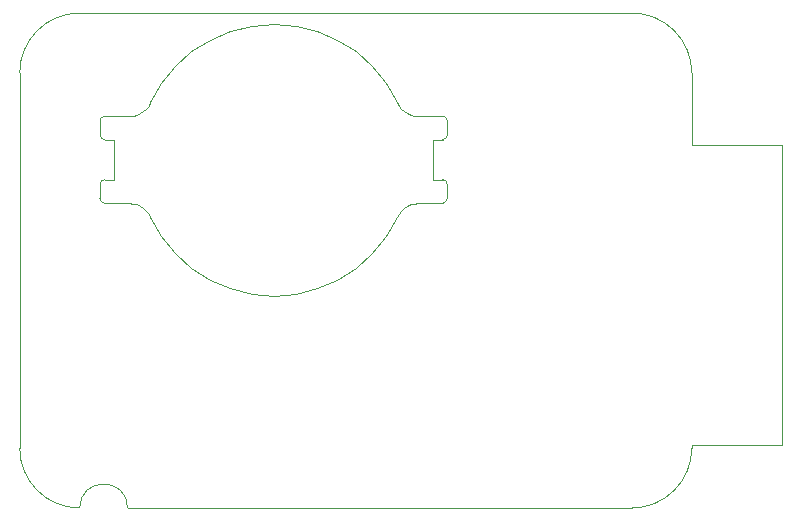
<source format=gbr>
%TF.GenerationSoftware,KiCad,Pcbnew,7.0.9*%
%TF.CreationDate,2023-12-30T14:39:05-07:00*%
%TF.ProjectId,ElephantR9,456c6570-6861-46e7-9452-392e6b696361,rev?*%
%TF.SameCoordinates,Original*%
%TF.FileFunction,Profile,NP*%
%FSLAX46Y46*%
G04 Gerber Fmt 4.6, Leading zero omitted, Abs format (unit mm)*
G04 Created by KiCad (PCBNEW 7.0.9) date 2023-12-30 14:39:05*
%MOMM*%
%LPD*%
G01*
G04 APERTURE LIST*
%TA.AperFunction,Profile*%
%ADD10C,0.100000*%
%TD*%
G04 APERTURE END LIST*
D10*
X74433898Y-53594002D02*
X74433898Y-53340000D01*
X82042000Y-27940000D02*
X74433898Y-27940000D01*
X82042000Y-53340000D02*
X82042000Y-27940000D01*
X74433898Y-53340000D02*
X82042000Y-53340000D01*
X69353898Y-58674002D02*
G75*
G03*
X74433898Y-53594002I4J5079996D01*
G01*
X26670000Y-58674000D02*
G75*
G03*
X22606000Y-58674000I-2032000J0D01*
G01*
X17526000Y-53594000D02*
X17526000Y-21844000D01*
X22606000Y-16764000D02*
G75*
G03*
X17526000Y-21844000I0J-5080000D01*
G01*
X22606000Y-16764000D02*
X69353898Y-16763998D01*
X17526000Y-53594000D02*
G75*
G03*
X22606000Y-58674000I5080000J0D01*
G01*
X74433902Y-21843998D02*
G75*
G03*
X69353898Y-16763998I-5080002J-2D01*
G01*
X74433898Y-21843998D02*
X74433898Y-27940000D01*
X69353898Y-58674002D02*
X26670000Y-58674000D01*
%TO.C,BT2*%
X53726000Y-31268050D02*
X53726000Y-32468000D01*
X53726000Y-25898101D02*
X53726000Y-27098051D01*
X53326000Y-32868000D02*
X51270621Y-32868000D01*
X53326000Y-27498051D02*
X52526000Y-27498051D01*
X52526000Y-30868050D02*
X53326000Y-30868050D01*
X52526000Y-27498051D02*
X52526000Y-30868050D01*
X51270621Y-32868000D02*
X50947437Y-32894285D01*
X51270621Y-25498001D02*
X53326000Y-25498101D01*
X50947437Y-32894285D02*
X50632747Y-32972448D01*
X50947437Y-25471716D02*
X51270621Y-25498001D01*
X50632747Y-32972448D02*
X50334824Y-33100435D01*
X50632747Y-25393553D02*
X50947437Y-25471716D01*
X50334824Y-33100435D02*
X50061498Y-33274883D01*
X50334824Y-25265566D02*
X50632747Y-25393553D01*
X50061498Y-33274883D02*
X49819954Y-33491205D01*
X50061498Y-25091118D02*
X50334824Y-25265566D01*
X49819954Y-33491205D02*
X49616540Y-33743716D01*
X49819954Y-24874796D02*
X50061498Y-25091118D01*
X49616540Y-33743716D02*
X49456603Y-34025778D01*
X49616540Y-24622285D02*
X49819954Y-24874796D01*
X49456603Y-34025778D02*
X48536966Y-35647636D01*
X49456603Y-24340223D02*
X49616540Y-24622285D01*
X48536966Y-35647636D02*
X47367335Y-37099572D01*
X48536966Y-22718365D02*
X49456603Y-24340223D01*
X47367335Y-37099572D02*
X45978454Y-38343424D01*
X47367335Y-21266429D02*
X48536966Y-22718365D01*
X45978454Y-38343424D02*
X44406830Y-39346496D01*
X45978454Y-20022577D02*
X47367335Y-21266429D01*
X44406830Y-39346496D02*
X42693773Y-40082424D01*
X44406830Y-19019505D02*
X45978454Y-20022577D01*
X42693773Y-40082424D02*
X40884308Y-40531863D01*
X42693773Y-18283577D02*
X44406830Y-19019505D01*
X40884308Y-40531863D02*
X39026000Y-40683000D01*
X40884308Y-17834138D02*
X42693773Y-18283577D01*
X39026000Y-40683000D02*
X37167691Y-40531863D01*
X39026000Y-17683001D02*
X40884308Y-17834138D01*
X37167691Y-40531863D02*
X35358226Y-40082424D01*
X37167691Y-17834138D02*
X39026000Y-17683001D01*
X35358226Y-40082424D02*
X33645169Y-39346496D01*
X35358226Y-18283577D02*
X37167691Y-17834138D01*
X33645169Y-39346496D02*
X32073545Y-38343424D01*
X33645169Y-19019505D02*
X35358226Y-18283577D01*
X32073545Y-38343424D02*
X30684664Y-37099572D01*
X32073545Y-20022577D02*
X33645169Y-19019505D01*
X30684664Y-37099572D02*
X29515033Y-35647636D01*
X30684664Y-21266429D02*
X32073545Y-20022577D01*
X29515033Y-35647636D02*
X28595396Y-34025778D01*
X29515033Y-22718365D02*
X30684664Y-21266429D01*
X28595396Y-34025778D02*
X28435459Y-33743716D01*
X28595396Y-24340223D02*
X29515033Y-22718365D01*
X28435459Y-33743716D02*
X28232045Y-33491205D01*
X28435459Y-24622285D02*
X28595396Y-24340223D01*
X28232045Y-33491205D02*
X27990501Y-33274883D01*
X28232045Y-24874796D02*
X28435459Y-24622285D01*
X27990501Y-33274883D02*
X27717175Y-33100435D01*
X27990501Y-25091118D02*
X28232045Y-24874796D01*
X27717175Y-33100435D02*
X27419252Y-32972448D01*
X27717175Y-25265566D02*
X27990501Y-25091118D01*
X27419252Y-32972448D02*
X27104562Y-32894285D01*
X27419252Y-25393553D02*
X27717175Y-25265566D01*
X27104562Y-32894285D02*
X26781378Y-32868000D01*
X27104562Y-25471716D02*
X27419252Y-25393553D01*
X26781378Y-32868000D02*
X24726000Y-32868000D01*
X26781378Y-25498001D02*
X27104562Y-25471716D01*
X25526000Y-30868050D02*
X25526000Y-27498051D01*
X25526000Y-27498051D02*
X24726000Y-27497950D01*
X24726000Y-30868050D02*
X25526000Y-30868050D01*
X24726000Y-25500207D02*
X26781378Y-25498001D01*
X24326000Y-32468000D02*
X24326000Y-31268050D01*
X24326000Y-27100157D02*
X24326000Y-25900207D01*
X53326000Y-32868000D02*
G75*
G03*
X53726000Y-32468000I1J399999D01*
G01*
X53326000Y-27498051D02*
G75*
G03*
X53726000Y-27098051I1J399999D01*
G01*
X53726000Y-31268050D02*
G75*
G03*
X53326000Y-30868050I-399999J1D01*
G01*
X53726000Y-25898101D02*
G75*
G03*
X53326000Y-25498101I-399999J1D01*
G01*
X24326000Y-32468000D02*
G75*
G03*
X24726000Y-32868000I400000J0D01*
G01*
X24326050Y-27097950D02*
G75*
G03*
X24726000Y-27497950I399950J-50D01*
G01*
X24726000Y-30868050D02*
G75*
G03*
X24326000Y-31268050I0J-400000D01*
G01*
X24726000Y-25500200D02*
G75*
G03*
X24326000Y-25900207I0J-400000D01*
G01*
%TD*%
M02*

</source>
